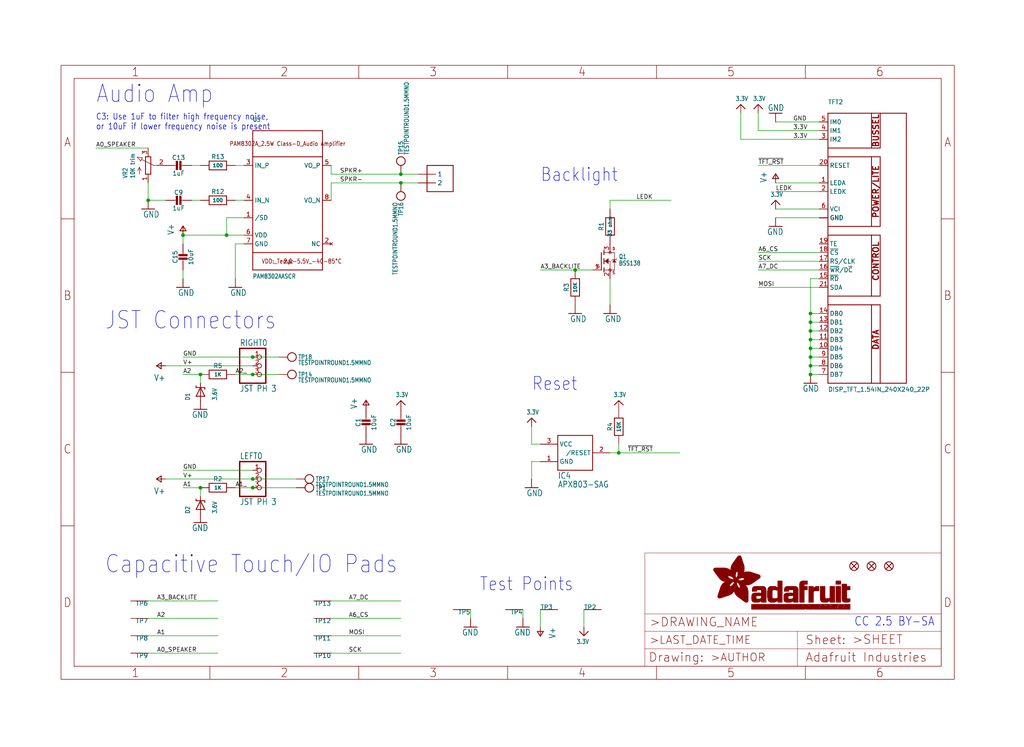
<source format=kicad_sch>
(kicad_sch (version 20211123) (generator eeschema)
  (paper "User" 298.45 217.881)
  (lib_symbols
    (symbol "schematicEagle-eagle-import:3.3V" (power)
      (property "Value" "3.3V" (at -1.524 1.016 0))
      (symbol "3.3V_1_0"
        (pin power_in line (at 0 -2.54 90) (length 2.54) (name "3.3V") (number "1"))
      )
    )
    (symbol "schematicEagle-eagle-import:AUDIOAMP_PAM8302A"
      (property "Reference" "U" (at -10.16 22.86 0))
      (property "Value" "AUDIOAMP_PAM8302A" (at -10.16 -22.86 0))
      (symbol "AUDIOAMP_PAM8302A_1_0"
        (text "2.0-5.5V_-40-85°C" (at -1.27 -17.78 0) (effects (font (size 1.27 1.0795)) (justify left)))
        (text "PAM8302A_2.5W Class-D_Audio Amplifier" (at 0 16.51 0) (effects (font (size 1.27 1.0795))))
        (text "VDD:_Temp:" (at -7.62 -17.78 0) (effects (font (size 1.27 1.0795)) (justify left)))
        (pin input line (at -12.7 -5.08 0) (length 2.54) (name "/SD") (number "1"))
        (pin no_connect line (at 12.7 -12.7 180) (length 2.54) (name "NC") (number "2"))
        (pin input line (at -12.7 10.16 0) (length 2.54) (name "IN_P") (number "3"))
        (pin input line (at -12.7 0 0) (length 2.54) (name "IN_N") (number "4"))
        (pin output line (at 12.7 10.16 180) (length 2.54) (name "VO_P") (number "5"))
        (pin power_in line (at -12.7 -10.16 0) (length 2.54) (name "VDD") (number "6"))
        (pin power_in line (at -12.7 -12.7 0) (length 2.54) (name "GND") (number "7"))
        (pin output line (at 12.7 0 180) (length 2.54) (name "VO_N") (number "8"))
      )
    )
    (symbol "schematicEagle-eagle-import:AXP083-SAG"
      (property "Reference" "IC" (at -5.08 -7.62 0))
      (property "Value" "AXP083-SAG" (at -5.08 -10.16 0))
      (symbol "AXP083-SAG_1_0"
        (pin power_in line (at -10.16 -2.54 0) (length 5.08) (name "GND") (number "1"))
        (pin output line (at 10.16 0 180) (length 5.08) (name "/RESET") (number "2"))
        (pin power_in line (at -10.16 2.54 0) (length 5.08) (name "VCC") (number "3"))
      )
    )
    (symbol "schematicEagle-eagle-import:CAP_CERAMIC0603_NO"
      (property "Reference" "C" (at -2.29 1.25 90))
      (property "Value" "CAP_CERAMIC0603_NO" (at 2.3 1.25 90))
      (symbol "CAP_CERAMIC0603_NO_1_0"
        (pin passive line (at 0 5.08 270) (length 2.54) (name "1") (number "1"))
        (pin passive line (at 0 -2.54 90) (length 2.54) (name "2") (number "2"))
      )
    )
    (symbol "schematicEagle-eagle-import:CAP_CERAMIC0805-NOOUTLINE"
      (property "Reference" "C" (at -2.29 1.25 90))
      (property "Value" "CAP_CERAMIC0805-NOOUTLINE" (at 2.3 1.25 90))
      (symbol "CAP_CERAMIC0805-NOOUTLINE_1_0"
        (pin passive line (at 0 5.08 270) (length 2.54) (name "1") (number "1"))
        (pin passive line (at 0 -2.54 90) (length 2.54) (name "2") (number "2"))
      )
    )
    (symbol "schematicEagle-eagle-import:CON_JST_PH_3PIN"
      (property "Reference" "X" (at -6.35 5.715 0))
      (property "Value" "CON_JST_PH_3PIN" (at -6.35 -7.62 0))
      (symbol "CON_JST_PH_3PIN_1_0"
        (pin passive inverted (at -2.54 2.54 0) (length 2.54) (name "1") (number "1"))
        (pin passive inverted (at -2.54 0 0) (length 2.54) (name "2") (number "2"))
        (pin passive inverted (at -2.54 -2.54 0) (length 2.54) (name "3") (number "3"))
      )
    )
    (symbol "schematicEagle-eagle-import:CON_MOLEX_2P"
      (symbol "CON_MOLEX_2P_1_0"
        (pin passive line (at -5.08 2.54 0) (length 5.08) (name "1") (number "1"))
        (pin passive line (at -5.08 0 0) (length 5.08) (name "2") (number "2"))
      )
      (symbol "CON_MOLEX_2P_2_0"
        (pin bidirectional line (at 0 0 0) (length 5.08) (name "MT") (number "M1"))
      )
      (symbol "CON_MOLEX_2P_3_0"
        (pin bidirectional line (at 0 0 0) (length 5.08) (name "MT") (number "M2"))
      )
    )
    (symbol "schematicEagle-eagle-import:DIODE-ZENERSOD323"
      (property "Reference" "D" (at -2.54 3.0226 0))
      (property "Value" "DIODE-ZENERSOD323" (at -2.54 -4.8514 0))
      (symbol "DIODE-ZENERSOD323_1_0"
        (pin passive line (at -2.54 0 0) (length 2.54) (name "A") (number "A"))
        (pin passive line (at 2.54 0 180) (length 2.54) (name "C") (number "C"))
      )
    )
    (symbol "schematicEagle-eagle-import:DISP_TFT_1.54IN_240X240_22P"
      (property "Reference" "TFT" (at -15.24 43.18 0))
      (property "Value" "DISP_TFT_1.54IN_240X240_22P" (at -15.24 -40.64 0))
      (symbol "DISP_TFT_1.54IN_240X240_22P_1_0"
        (text "BUSSEL" (at -1.27 35.56 900) (effects (font (size 1.6764 1.6764) (thickness 0.3353) bold)))
        (text "CONTROL" (at -1.27 -2.54 900) (effects (font (size 1.6764 1.6764) (thickness 0.3353) bold)))
        (text "DATA" (at -1.27 -25.4 900) (effects (font (size 1.6764 1.6764) (thickness 0.3353) bold)))
        (text "POWER/LITE" (at -1.27 17.78 900) (effects (font (size 1.6764 1.6764) (thickness 0.3353) bold)))
        (pin input line (at -17.78 20.32 0) (length 2.54) (name "LEDA") (number "1"))
        (pin bidirectional line (at -17.78 -27.94 0) (length 2.54) (name "DB4") (number "10"))
        (pin bidirectional line (at -17.78 -25.4 0) (length 2.54) (name "DB3") (number "11"))
        (pin bidirectional line (at -17.78 -22.86 0) (length 2.54) (name "DB2") (number "12"))
        (pin bidirectional line (at -17.78 -20.32 0) (length 2.54) (name "DB1") (number "13"))
        (pin bidirectional line (at -17.78 -17.78 0) (length 2.54) (name "DB0") (number "14"))
        (pin input line (at -17.78 -7.62 0) (length 2.54) (name "~{RD}") (number "15"))
        (pin input line (at -17.78 -5.08 0) (length 2.54) (name "~{WR}/D~{C}") (number "16"))
        (pin input line (at -17.78 -2.54 0) (length 2.54) (name "RS/CLK") (number "17"))
        (pin input line (at -17.78 0 0) (length 2.54) (name "~{CS}") (number "18"))
        (pin output line (at -17.78 2.54 0) (length 2.54) (name "TE") (number "19"))
        (pin input line (at -17.78 17.78 0) (length 2.54) (name "LEDK") (number "2"))
        (pin input line (at -17.78 25.4 0) (length 2.54) (name "RESET") (number "20"))
        (pin bidirectional line (at -17.78 -10.16 0) (length 2.54) (name "SDA") (number "21"))
        (pin power_in line (at -17.78 10.16 0) (length 2.54) (name "GND") (number "22"))
        (pin input line (at -17.78 33.02 0) (length 2.54) (name "IM2") (number "3"))
        (pin input line (at -17.78 35.56 0) (length 2.54) (name "IM1") (number "4"))
        (pin input line (at -17.78 38.1 0) (length 2.54) (name "IM0") (number "5"))
        (pin power_in line (at -17.78 12.7 0) (length 2.54) (name "VCI") (number "6"))
        (pin bidirectional line (at -17.78 -35.56 0) (length 2.54) (name "DB7") (number "7"))
        (pin bidirectional line (at -17.78 -33.02 0) (length 2.54) (name "DB6") (number "8"))
        (pin bidirectional line (at -17.78 -30.48 0) (length 2.54) (name "DB5") (number "9"))
        (pin power_in line (at -17.78 10.16 0) (length 2.54) (name "GND") (number "SUPPORT1"))
        (pin power_in line (at -17.78 10.16 0) (length 2.54) (name "GND") (number "SUPPORT2"))
      )
    )
    (symbol "schematicEagle-eagle-import:FIDUCIAL_1MM")
    (symbol "schematicEagle-eagle-import:FRAME_A4_ADAFRUIT"
      (symbol "FRAME_A4_ADAFRUIT_0_0"
        (text "1" (at 21.6958 1.905 0) (effects (font (size 2.54 2.286))))
        (text "1" (at 21.6958 177.165 0) (effects (font (size 2.54 2.286))))
        (text "2" (at 65.0875 1.905 0) (effects (font (size 2.54 2.286))))
        (text "2" (at 65.0875 177.165 0) (effects (font (size 2.54 2.286))))
        (text "3" (at 108.4792 1.905 0) (effects (font (size 2.54 2.286))))
        (text "3" (at 108.4792 177.165 0) (effects (font (size 2.54 2.286))))
        (text "4" (at 151.8708 1.905 0) (effects (font (size 2.54 2.286))))
        (text "4" (at 151.8708 177.165 0) (effects (font (size 2.54 2.286))))
        (text "5" (at 195.2625 1.905 0) (effects (font (size 2.54 2.286))))
        (text "5" (at 195.2625 177.165 0) (effects (font (size 2.54 2.286))))
        (text "6" (at 238.6542 1.905 0) (effects (font (size 2.54 2.286))))
        (text "6" (at 238.6542 177.165 0) (effects (font (size 2.54 2.286))))
        (text "A" (at 1.905 156.6863 0) (effects (font (size 2.54 2.286))))
        (text "A" (at 258.445 156.6863 0) (effects (font (size 2.54 2.286))))
        (text "B" (at 1.905 111.9188 0) (effects (font (size 2.54 2.286))))
        (text "B" (at 258.445 111.9188 0) (effects (font (size 2.54 2.286))))
        (text "C" (at 1.905 67.1513 0) (effects (font (size 2.54 2.286))))
        (text "C" (at 258.445 67.1513 0) (effects (font (size 2.54 2.286))))
        (text "D" (at 1.905 22.3838 0) (effects (font (size 2.54 2.286))))
        (text "D" (at 258.445 22.3838 0) (effects (font (size 2.54 2.286))))
      )
      (symbol "FRAME_A4_ADAFRUIT_1_0"
        (text ">AUTHOR" (at 189.23 5.08 0) (effects (font (size 2.286 2.286)) (justify left bottom)))
        (text ">DRAWING_NAME" (at 171.45 15.24 0) (effects (font (size 2.54 2.54)) (justify left bottom)))
        (text ">LAST_DATE_TIME" (at 171.45 10.16 0) (effects (font (size 2.286 2.286)) (justify left bottom)))
        (text ">SHEET" (at 230.505 10.16 0) (effects (font (size 2.54 2.54)) (justify left bottom)))
        (text "Adafruit Industries" (at 216.916 4.953 0) (effects (font (size 2.54 2.54)) (justify left bottom)))
        (text "Drawing:" (at 171.196 4.953 0) (effects (font (size 2.54 2.54)) (justify left bottom)))
        (text "Sheet:" (at 216.916 10.033 0) (effects (font (size 2.54 2.54)) (justify left bottom)))
      )
    )
    (symbol "schematicEagle-eagle-import:GND" (power)
      (property "Value" "GND" (at -2.54 -2.54 0))
      (symbol "GND_1_0"
        (pin power_in line (at 0 2.54 270) (length 2.54) (name "GND") (number "1"))
      )
    )
    (symbol "schematicEagle-eagle-import:MOSFET-NWIDE"
      (property "Reference" "Q" (at 5.08 0.635 0))
      (property "Value" "MOSFET-NWIDE" (at 5.08 -1.27 0))
      (symbol "MOSFET-NWIDE_1_0"
        (text "D" (at 3.175 3.175 0) (effects (font (size 0.8128 0.6908)) (justify left bottom)))
        (text "G" (at -1.27 -1.905 0) (effects (font (size 0.8128 0.6908)) (justify left bottom)))
        (text "S" (at 3.175 -3.81 0) (effects (font (size 0.8128 0.6908)) (justify left bottom)))
        (pin bidirectional line (at -2.54 -2.54 0) (length 2.54) (name "G") (number "1"))
        (pin bidirectional line (at 2.54 -5.08 90) (length 2.54) (name "S") (number "2"))
        (pin bidirectional line (at 2.54 5.08 270) (length 2.54) (name "D") (number "3"))
      )
    )
    (symbol "schematicEagle-eagle-import:RESISTOR_0603_NOOUT"
      (property "Reference" "R" (at 0 2.54 0))
      (property "Value" "RESISTOR_0603_NOOUT" (at 0 0 0))
      (symbol "RESISTOR_0603_NOOUT_1_0"
        (pin passive line (at -5.08 0 0) (length 2.54) (name "1") (number "1"))
        (pin passive line (at 5.08 0 180) (length 2.54) (name "2") (number "2"))
      )
    )
    (symbol "schematicEagle-eagle-import:SEWTAP_SMTNUTM3"
      (property "Reference" "TP" (at 0 0 0))
      (symbol "SEWTAP_SMTNUTM3_1_0"
        (pin bidirectional line (at 0 0 0) (length 5.08) (name "SEW") (number "P$1"))
      )
    )
    (symbol "schematicEagle-eagle-import:TESTPOINTROUND1.5MMNO"
      (property "Reference" "TP" (at 0 5.588 90))
      (property "Value" "TESTPOINTROUND1.5MMNO" (at 1.651 5.588 90))
      (symbol "TESTPOINTROUND1.5MMNO_1_0"
        (pin bidirectional line (at 0 0 90) (length 2.54) (name "P$1") (number "P$1"))
      )
    )
    (symbol "schematicEagle-eagle-import:TRIMPOT3303W{slash}X"
      (property "Reference" "VR" (at -5.969 -3.81 90))
      (property "Value" "TRIMPOT3303W{slash}X" (at -3.81 -3.81 90))
      (symbol "TRIMPOT3303W{slash}X_1_0"
        (pin passive line (at 0 -5.08 90) (length 2.54) (name "A") (number "1"))
        (pin passive line (at 5.08 0 180) (length 2.54) (name "S") (number "2"))
        (pin passive line (at 0 5.08 270) (length 2.54) (name "E") (number "3"))
      )
    )
    (symbol "schematicEagle-eagle-import:V+" (power)
      (property "Value" "V+" (at -2.54 -2.54 90))
      (symbol "V+_1_0"
        (pin power_in line (at 0 -2.54 90) (length 2.54) (name "V+") (number "1"))
      )
    )
  )
  (junction (at 73.66 142.24))
  (junction (at 167.64 78.74))
  (junction (at 73.66 109.22))
  (junction (at 236.22 96.52))
  (junction (at 43.18 58.42))
  (junction (at 116.84 50.8))
  (junction (at 236.22 93.98))
  (junction (at 236.22 101.6))
  (junction (at 58.42 109.22))
  (junction (at 73.66 104.14))
  (junction (at 116.84 53.34))
  (junction (at 236.22 99.06))
  (junction (at 236.22 91.44))
  (junction (at 53.34 68.58))
  (junction (at 236.22 104.14))
  (junction (at 73.66 139.7))
  (junction (at 236.22 109.22))
  (junction (at 58.42 142.24))
  (junction (at 66.04 68.58))
  (junction (at 236.22 106.68))
  (junction (at 180.34 132.08))
  (wire (pts (xy 58.42 109.22) (xy 58.42 111.76)))
  (wire (pts (xy 226.06 63.5) (xy 238.76 63.5)))
  (wire (pts (xy 58.42 142.24) (xy 58.42 144.78)))
  (wire (pts (xy 215.9 33.02) (xy 215.9 40.64)))
  (wire (pts (xy 96.52 50.8) (xy 116.84 50.8)))
  (wire (pts (xy 63.5 190.5) (xy 43.18 190.5)))
  (wire (pts (xy 73.66 142.24) (xy 68.58 142.24)))
  (wire (pts (xy 236.22 81.28) (xy 236.22 91.44)))
  (wire (pts (xy 238.76 96.52) (xy 236.22 96.52)))
  (wire (pts (xy 43.18 58.42) (xy 43.18 53.34)))
  (wire (pts (xy 71.12 48.26) (xy 68.58 48.26)))
  (wire (pts (xy 238.76 38.1) (xy 220.98 38.1)))
  (wire (pts (xy 66.04 68.58) (xy 53.34 68.58)))
  (wire (pts (xy 157.48 129.54) (xy 154.94 129.54)))
  (wire (pts (xy 195.58 58.42) (xy 177.8 58.42)))
  (wire (pts (xy 236.22 104.14) (xy 238.76 104.14)))
  (wire (pts (xy 238.76 81.28) (xy 236.22 81.28)))
  (wire (pts (xy 96.52 50.8) (xy 96.52 48.26)))
  (wire (pts (xy 236.22 96.52) (xy 236.22 99.06)))
  (wire (pts (xy 58.42 109.22) (xy 53.34 109.22)))
  (wire (pts (xy 236.22 101.6) (xy 236.22 104.14)))
  (wire (pts (xy 172.72 78.74) (xy 167.64 78.74)))
  (wire (pts (xy 53.34 78.74) (xy 53.34 81.28)))
  (wire (pts (xy 238.76 106.68) (xy 236.22 106.68)))
  (wire (pts (xy 220.98 76.2) (xy 238.76 76.2)))
  (wire (pts (xy 238.76 53.34) (xy 226.06 53.34)))
  (wire (pts (xy 116.84 185.42) (xy 96.52 185.42)))
  (wire (pts (xy 236.22 99.06) (xy 238.76 99.06)))
  (wire (pts (xy 48.26 139.7) (xy 73.66 139.7)))
  (wire (pts (xy 238.76 73.66) (xy 220.98 73.66)))
  (wire (pts (xy 238.76 101.6) (xy 236.22 101.6)))
  (wire (pts (xy 73.66 109.22) (xy 81.28 109.22)))
  (wire (pts (xy 96.52 53.34) (xy 96.52 58.42)))
  (wire (pts (xy 236.22 99.06) (xy 236.22 101.6)))
  (wire (pts (xy 96.52 53.34) (xy 116.84 53.34)))
  (wire (pts (xy 220.98 38.1) (xy 220.98 33.02)))
  (wire (pts (xy 177.8 88.9) (xy 177.8 81.28)))
  (wire (pts (xy 238.76 60.96) (xy 226.06 60.96)))
  (wire (pts (xy 154.94 129.54) (xy 154.94 124.46)))
  (wire (pts (xy 170.18 182.88) (xy 170.18 177.8)))
  (wire (pts (xy 55.88 48.26) (xy 58.42 48.26)))
  (wire (pts (xy 71.12 58.42) (xy 68.58 58.42)))
  (wire (pts (xy 27.94 43.18) (xy 43.18 43.18)))
  (wire (pts (xy 154.94 139.7) (xy 154.94 134.62)))
  (wire (pts (xy 48.26 106.68) (xy 73.66 106.68)))
  (wire (pts (xy 226.06 35.56) (xy 238.76 35.56)))
  (wire (pts (xy 96.52 175.26) (xy 116.84 175.26)))
  (wire (pts (xy 152.4 180.34) (xy 152.4 177.8)))
  (wire (pts (xy 73.66 139.7) (xy 86.36 139.7)))
  (wire (pts (xy 154.94 134.62) (xy 157.48 134.62)))
  (wire (pts (xy 177.8 132.08) (xy 180.34 132.08)))
  (wire (pts (xy 58.42 58.42) (xy 55.88 58.42)))
  (wire (pts (xy 58.42 142.24) (xy 53.34 142.24)))
  (wire (pts (xy 71.12 68.58) (xy 66.04 68.58)))
  (wire (pts (xy 121.92 50.8) (xy 116.84 50.8)))
  (wire (pts (xy 121.92 53.34) (xy 116.84 53.34)))
  (wire (pts (xy 215.9 40.64) (xy 238.76 40.64)))
  (wire (pts (xy 73.66 109.22) (xy 68.58 109.22)))
  (wire (pts (xy 236.22 91.44) (xy 236.22 93.98)))
  (wire (pts (xy 68.58 71.12) (xy 68.58 81.28)))
  (wire (pts (xy 180.34 132.08) (xy 198.12 132.08)))
  (wire (pts (xy 180.34 129.54) (xy 180.34 132.08)))
  (wire (pts (xy 157.48 177.8) (xy 157.48 182.88)))
  (wire (pts (xy 73.66 104.14) (xy 53.34 104.14)))
  (wire (pts (xy 96.52 180.34) (xy 116.84 180.34)))
  (wire (pts (xy 238.76 83.82) (xy 220.98 83.82)))
  (wire (pts (xy 53.34 68.58) (xy 53.34 71.12)))
  (wire (pts (xy 238.76 91.44) (xy 236.22 91.44)))
  (wire (pts (xy 167.64 78.74) (xy 157.48 78.74)))
  (wire (pts (xy 73.66 142.24) (xy 86.36 142.24)))
  (wire (pts (xy 236.22 104.14) (xy 236.22 106.68)))
  (wire (pts (xy 238.76 55.88) (xy 226.06 55.88)))
  (wire (pts (xy 43.18 175.26) (xy 63.5 175.26)))
  (wire (pts (xy 43.18 180.34) (xy 63.5 180.34)))
  (wire (pts (xy 236.22 93.98) (xy 236.22 96.52)))
  (wire (pts (xy 137.16 180.34) (xy 137.16 177.8)))
  (wire (pts (xy 236.22 93.98) (xy 238.76 93.98)))
  (wire (pts (xy 63.5 185.42) (xy 43.18 185.42)))
  (wire (pts (xy 238.76 78.74) (xy 220.98 78.74)))
  (wire (pts (xy 73.66 137.16) (xy 53.34 137.16)))
  (wire (pts (xy 66.04 63.5) (xy 66.04 68.58)))
  (wire (pts (xy 48.26 58.42) (xy 43.18 58.42)))
  (wire (pts (xy 238.76 48.26) (xy 220.98 48.26)))
  (wire (pts (xy 71.12 63.5) (xy 66.04 63.5)))
  (wire (pts (xy 177.8 58.42) (xy 177.8 60.96)))
  (wire (pts (xy 71.12 71.12) (xy 68.58 71.12)))
  (wire (pts (xy 236.22 109.22) (xy 238.76 109.22)))
  (wire (pts (xy 116.84 190.5) (xy 96.52 190.5)))
  (wire (pts (xy 236.22 106.68) (xy 236.22 109.22)))
  (wire (pts (xy 81.28 104.14) (xy 73.66 104.14)))
  (text "Test Points" (at 139.7 172.72 180) (effects (font (size 3.81 3.2385)) (justify left bottom)))
  (text "Audio Amp" (at 27.94 30.48 180) (effects (font (size 5.08 4.318)) (justify left bottom)))
  (text "C3: Use 1uF to filter high frequency noise,\nor 10uF if lower frequency noise is present" (at 27.94 38.1 0) (effects (font (size 1.778 1.5113)) (justify left bottom)))
  (text "JST Connectors" (at 30.48 96.52 180) (effects (font (size 5.08 4.318)) (justify left bottom)))
  (text "Backlight" (at 157.48 53.34 180) (effects (font (size 3.81 3.2385)) (justify left bottom)))
  (text "Reset" (at 154.94 114.3 180) (effects (font (size 3.81 3.2385)) (justify left bottom)))
  (text "CC 2.5 BY-SA" (at 248.92 182.88 180) (effects (font (size 2.54 2.159)) (justify left bottom)))
  (text "Capacitive Touch/IO Pads" (at 30.48 167.64 180) (effects (font (size 5.08 4.318)) (justify left bottom)))
  (label "A7_DC" (at 220.98 78.74 0) (effects (font (size 1.2446 1.2446))))
  (label "SCK" (at 220.98 76.2 0) (effects (font (size 1.2446 1.2446))))
  (label "GND" (at 53.34 104.14 0) (effects (font (size 1.2446 1.2446))))
  (label "A6_CS" (at 101.6 180.34 0) (effects (font (size 1.2446 1.2446))))
  (label "A1_" (at 68.58 142.24 0) (effects (font (size 1.2446 1.2446))))
  (label "A7_DC" (at 101.6 175.26 0) (effects (font (size 1.2446 1.2446))))
  (label "SPKR-" (at 99.06 53.34 0) (effects (font (size 1.2446 1.2446))))
  (label "A2" (at 53.34 109.22 0) (effects (font (size 1.2446 1.2446))))
  (label "3.3V" (at 231.14 38.1 0) (effects (font (size 1.2446 1.2446))))
  (label "A2_" (at 68.58 109.22 0) (effects (font (size 1.2446 1.2446))))
  (label "A0_SPEAKER" (at 27.94 43.18 0) (effects (font (size 1.2446 1.2446))))
  (label "~{TFT_RST}" (at 220.98 48.26 0) (effects (font (size 1.2446 1.2446))))
  (label "GND" (at 231.14 35.56 0) (effects (font (size 1.2446 1.2446))))
  (label "LEDK" (at 226.06 55.88 0) (effects (font (size 1.2446 1.2446))))
  (label "A3_BACKLITE" (at 157.48 78.74 0) (effects (font (size 1.2446 1.2446))))
  (label "~{TFT_RST}" (at 182.88 132.08 0) (effects (font (size 1.2446 1.2446))))
  (label "MOSI" (at 101.6 185.42 0) (effects (font (size 1.2446 1.2446))))
  (label "A2" (at 45.72 180.34 0) (effects (font (size 1.2446 1.2446))))
  (label "A3_BACKLITE" (at 45.72 175.26 0) (effects (font (size 1.2446 1.2446))))
  (label "A1" (at 53.34 142.24 0) (effects (font (size 1.2446 1.2446))))
  (label "A1" (at 45.72 185.42 0) (effects (font (size 1.2446 1.2446))))
  (label "LEDK" (at 185.42 58.42 0) (effects (font (size 1.2446 1.2446))))
  (label "V+" (at 53.34 106.68 0) (effects (font (size 1.2446 1.2446))))
  (label "A0_SPEAKER" (at 45.72 190.5 0) (effects (font (size 1.2446 1.2446))))
  (label "A6_CS" (at 220.98 73.66 0) (effects (font (size 1.2446 1.2446))))
  (label "SPKR+" (at 99.06 50.8 0) (effects (font (size 1.2446 1.2446))))
  (label "GND" (at 53.34 137.16 0) (effects (font (size 1.2446 1.2446))))
  (label "3.3V" (at 231.14 40.64 0) (effects (font (size 1.2446 1.2446))))
  (label "SCK" (at 101.6 190.5 0) (effects (font (size 1.2446 1.2446))))
  (label "V+" (at 53.34 139.7 0) (effects (font (size 1.2446 1.2446))))
  (label "MOSI" (at 220.98 83.82 0) (effects (font (size 1.2446 1.2446))))
  (symbol (lib_id "schematicEagle-eagle-import:TESTPOINTROUND1.5MMNO") (at 86.36 139.7 270) (unit 1)
    (property "Reference" "TP17" (at 91.948 139.7 90) (effects (font (size 1.27 1.0795)) (justify left)))
    (property "Value" "TESTPOINTROUND1.5MMNO" (at 91.948 141.351 90) (effects (font (size 1.27 1.0795)) (justify left)))
    (property "Footprint" "schematicEagle:TESTPOINT_ROUND_1.5MM_NO" (effects hide))
  )
  (symbol (lib_id "schematicEagle-eagle-import:DIODE-ZENERSOD323") (at 58.42 114.3 90) (unit 1)
    (property "Reference" "D1" (at 55.3974 116.84 0) (effects (font (size 1.27 1.0795)) (justify left bottom)))
    (property "Value" "3.6V" (at 63.2714 116.84 0) (effects (font (size 1.27 1.0795)) (justify left bottom)))
    (property "Footprint" "schematicEagle:SOD-323" (effects hide))
  )
  (symbol (lib_id "schematicEagle-eagle-import:CON_JST_PH_3PIN") (at 76.2 106.68 0) (unit 1)
    (property "Reference" "RIGHT0" (at 69.85 100.965 0) (effects (font (size 1.778 1.5113)) (justify left bottom)))
    (property "Value" "JST PH 3" (at 69.85 114.3 0) (effects (font (size 1.778 1.5113)) (justify left bottom)))
    (property "Footprint" "schematicEagle:JSTPH3" (effects hide))
  )
  (symbol (lib_id "schematicEagle-eagle-import:TESTPOINTROUND1.5MMNO") (at 81.28 109.22 270) (unit 1)
    (property "Reference" "TP14" (at 86.868 109.22 90) (effects (font (size 1.27 1.0795)) (justify left)))
    (property "Value" "TESTPOINTROUND1.5MMNO" (at 86.868 110.871 90) (effects (font (size 1.27 1.0795)) (justify left)))
    (property "Footprint" "schematicEagle:TESTPOINT_ROUND_1.5MM_NO" (effects hide))
  )
  (symbol (lib_id "schematicEagle-eagle-import:RESISTOR_0603_NOOUT") (at 63.5 58.42 0) (unit 1)
    (property "Reference" "R12" (at 63.5 55.88 0))
    (property "Value" "100" (at 63.5 58.42 0) (effects (font (size 1.016 1.016) bold)))
    (property "Footprint" "schematicEagle:0603-NO" (effects hide))
  )
  (symbol (lib_id "schematicEagle-eagle-import:GND") (at 106.68 129.54 0) (unit 1)
    (property "Reference" "#U$5" (effects hide))
    (property "Value" "GND" (at 105.156 132.08 0) (effects (font (size 1.778 1.5113)) (justify left bottom)))
    (property "Footprint" "schematicEagle:" (effects hide))
  )
  (symbol (lib_id "schematicEagle-eagle-import:3.3V") (at 116.84 116.84 0) (unit 1)
    (property "Reference" "#U$15" (effects hide))
    (property "Value" "3.3V" (at 115.316 115.824 0) (effects (font (size 1.27 1.0795)) (justify left bottom)))
    (property "Footprint" "schematicEagle:" (effects hide))
  )
  (symbol (lib_id "schematicEagle-eagle-import:FIDUCIAL_1MM") (at 259.08 165.1 0) (unit 1)
    (property "Reference" "U$6" (effects hide))
    (property "Value" "FIDUCIAL_1MM" (effects hide))
    (property "Footprint" "schematicEagle:FIDUCIAL_1MM" (effects hide))
  )
  (symbol (lib_id "schematicEagle-eagle-import:V+") (at 106.68 116.84 0) (unit 1)
    (property "Reference" "#P+6" (effects hide))
    (property "Value" "V+" (at 104.14 119.38 90) (effects (font (size 1.778 1.5113)) (justify left bottom)))
    (property "Footprint" "schematicEagle:" (effects hide))
  )
  (symbol (lib_id "schematicEagle-eagle-import:RESISTOR_0603_NOOUT") (at 177.8 66.04 90) (unit 1)
    (property "Reference" "R1" (at 175.26 66.04 0))
    (property "Value" "33 ohm" (at 177.8 66.04 0) (effects (font (size 1.016 1.016) bold)))
    (property "Footprint" "schematicEagle:0603-NO" (effects hide))
  )
  (symbol (lib_id "schematicEagle-eagle-import:CON_JST_PH_3PIN") (at 76.2 139.7 0) (unit 1)
    (property "Reference" "LEFT0" (at 69.85 133.985 0) (effects (font (size 1.778 1.5113)) (justify left bottom)))
    (property "Value" "JST PH 3" (at 69.85 147.32 0) (effects (font (size 1.778 1.5113)) (justify left bottom)))
    (property "Footprint" "schematicEagle:JSTPH3" (effects hide))
  )
  (symbol (lib_id "schematicEagle-eagle-import:SEWTAP_SMTNUTM3") (at 43.18 190.5 180) (unit 1)
    (property "Reference" "TP9" (at 43.18 190.5 0) (effects (justify left bottom)))
    (property "Value" "SEWTAP_SMTNUTM3" (effects hide))
    (property "Footprint" "schematicEagle:SMT_NUT_3MM" (effects hide))
  )
  (symbol (lib_id "schematicEagle-eagle-import:SEWTAP_SMTNUTM3") (at 96.52 180.34 180) (unit 1)
    (property "Reference" "TP12" (at 96.52 180.34 0) (effects (justify left bottom)))
    (property "Value" "SEWTAP_SMTNUTM3" (effects hide))
    (property "Footprint" "schematicEagle:SMT_NUT_3MM" (effects hide))
  )
  (symbol (lib_id "schematicEagle-eagle-import:3.3V") (at 215.9 30.48 0) (unit 1)
    (property "Reference" "#U$12" (effects hide))
    (property "Value" "3.3V" (at 214.376 29.464 0) (effects (font (size 1.27 1.0795)) (justify left bottom)))
    (property "Footprint" "schematicEagle:" (effects hide))
  )
  (symbol (lib_id "schematicEagle-eagle-import:CON_MOLEX_2P") (at 127 53.34 0) (unit 1)
    (property "Reference" "U$1" (effects hide))
    (property "Value" "CON_MOLEX_2P" (effects hide))
    (property "Footprint" "schematicEagle:53398-0271" (effects hide))
  )
  (symbol (lib_id "schematicEagle-eagle-import:GND") (at 58.42 119.38 0) (unit 1)
    (property "Reference" "#GND17" (effects hide))
    (property "Value" "GND" (at 55.88 121.92 0) (effects (font (size 1.778 1.5113)) (justify left bottom)))
    (property "Footprint" "schematicEagle:" (effects hide))
  )
  (symbol (lib_id "schematicEagle-eagle-import:SEWTAP_SMTNUTM3") (at 137.16 177.8 180) (unit 1)
    (property "Reference" "TP5" (at 137.16 177.8 0) (effects (justify left bottom)))
    (property "Value" "SEWTAP_SMTNUTM3" (effects hide))
    (property "Footprint" "schematicEagle:SMT_NUT_3MM" (effects hide))
  )
  (symbol (lib_id "schematicEagle-eagle-import:RESISTOR_0603_NOOUT") (at 63.5 109.22 0) (mirror y) (unit 1)
    (property "Reference" "R5" (at 63.5 106.68 0))
    (property "Value" "1K" (at 63.5 109.22 0) (effects (font (size 1.016 1.016) bold)))
    (property "Footprint" "schematicEagle:0603-NO" (effects hide))
  )
  (symbol (lib_id "schematicEagle-eagle-import:3.3V") (at 170.18 185.42 180) (unit 1)
    (property "Reference" "#U$41" (effects hide))
    (property "Value" "3.3V" (at 171.704 186.436 0) (effects (font (size 1.27 1.0795)) (justify left bottom)))
    (property "Footprint" "schematicEagle:" (effects hide))
  )
  (symbol (lib_id "schematicEagle-eagle-import:CAP_CERAMIC0805-NOOUTLINE") (at 53.34 76.2 0) (unit 1)
    (property "Reference" "C15" (at 51.05 74.95 90))
    (property "Value" "10uF" (at 55.64 74.95 90))
    (property "Footprint" "schematicEagle:0805-NO" (effects hide))
  )
  (symbol (lib_id "schematicEagle-eagle-import:3.3V") (at 154.94 121.92 0) (unit 1)
    (property "Reference" "#U$11" (effects hide))
    (property "Value" "3.3V" (at 153.416 120.904 0) (effects (font (size 1.27 1.0795)) (justify left bottom)))
    (property "Footprint" "schematicEagle:" (effects hide))
  )
  (symbol (lib_id "schematicEagle-eagle-import:3.3V") (at 220.98 30.48 0) (unit 1)
    (property "Reference" "#U$14" (effects hide))
    (property "Value" "3.3V" (at 219.456 29.464 0) (effects (font (size 1.27 1.0795)) (justify left bottom)))
    (property "Footprint" "schematicEagle:" (effects hide))
  )
  (symbol (lib_id "schematicEagle-eagle-import:GND") (at 53.34 83.82 0) (unit 1)
    (property "Reference" "#U$45" (effects hide))
    (property "Value" "GND" (at 51.816 86.36 0) (effects (font (size 1.778 1.5113)) (justify left bottom)))
    (property "Footprint" "schematicEagle:" (effects hide))
  )
  (symbol (lib_id "schematicEagle-eagle-import:FRAME_A4_ADAFRUIT") (at 17.78 198.12 0) (unit 1)
    (property "Reference" "#U$19" (effects hide))
    (property "Value" "FRAME_A4_ADAFRUIT" (effects hide))
    (property "Footprint" "schematicEagle:" (effects hide))
  )
  (symbol (lib_id "schematicEagle-eagle-import:V+") (at 45.72 139.7 90) (unit 1)
    (property "Reference" "#P+1" (effects hide))
    (property "Value" "V+" (at 48.26 142.24 90) (effects (font (size 1.778 1.5113)) (justify left bottom)))
    (property "Footprint" "schematicEagle:" (effects hide))
  )
  (symbol (lib_id "schematicEagle-eagle-import:SEWTAP_SMTNUTM3") (at 96.52 190.5 180) (unit 1)
    (property "Reference" "TP10" (at 96.52 190.5 0) (effects (justify left bottom)))
    (property "Value" "SEWTAP_SMTNUTM3" (effects hide))
    (property "Footprint" "schematicEagle:SMT_NUT_3MM" (effects hide))
  )
  (symbol (lib_id "schematicEagle-eagle-import:SEWTAP_SMTNUTM3") (at 43.18 180.34 180) (unit 1)
    (property "Reference" "TP7" (at 43.18 180.34 0) (effects (justify left bottom)))
    (property "Value" "SEWTAP_SMTNUTM3" (effects hide))
    (property "Footprint" "schematicEagle:SMT_NUT_3MM" (effects hide))
  )
  (symbol (lib_id "schematicEagle-eagle-import:GND") (at 68.58 83.82 0) (unit 1)
    (property "Reference" "#U$46" (effects hide))
    (property "Value" "GND" (at 67.056 86.36 0) (effects (font (size 1.778 1.5113)) (justify left bottom)))
    (property "Footprint" "schematicEagle:" (effects hide))
  )
  (symbol (lib_id "schematicEagle-eagle-import:TRIMPOT3303W{slash}X") (at 43.18 48.26 0) (unit 1)
    (property "Reference" "VR2" (at 37.211 52.07 90) (effects (font (size 1.27 1.0795)) (justify left bottom)))
    (property "Value" "10K trim" (at 39.37 52.07 90) (effects (font (size 1.27 1.0795)) (justify left bottom)))
    (property "Footprint" "schematicEagle:TRIMPOT_BOURNS_3303W" (effects hide))
  )
  (symbol (lib_id "schematicEagle-eagle-import:SEWTAP_SMTNUTM3") (at 152.4 177.8 180) (unit 1)
    (property "Reference" "TP4" (at 152.4 177.8 0) (effects (justify left bottom)))
    (property "Value" "SEWTAP_SMTNUTM3" (effects hide))
    (property "Footprint" "schematicEagle:SMT_NUT_3MM" (effects hide))
  )
  (symbol (lib_id "schematicEagle-eagle-import:CAP_CERAMIC0805-NOOUTLINE") (at 106.68 124.46 0) (unit 1)
    (property "Reference" "C1" (at 104.39 123.21 90))
    (property "Value" "10uF" (at 108.98 123.21 90))
    (property "Footprint" "schematicEagle:0805-NO" (effects hide))
  )
  (symbol (lib_id "schematicEagle-eagle-import:V+") (at 45.72 106.68 90) (unit 1)
    (property "Reference" "#P+5" (effects hide))
    (property "Value" "V+" (at 48.26 109.22 90) (effects (font (size 1.778 1.5113)) (justify left bottom)))
    (property "Footprint" "schematicEagle:" (effects hide))
  )
  (symbol (lib_id "schematicEagle-eagle-import:SEWTAP_SMTNUTM3") (at 157.48 177.8 0) (unit 1)
    (property "Reference" "TP3" (at 157.48 177.8 0) (effects (justify left bottom)))
    (property "Value" "SEWTAP_SMTNUTM3" (effects hide))
    (property "Footprint" "schematicEagle:SMT_NUT_3MM" (effects hide))
  )
  (symbol (lib_id "schematicEagle-eagle-import:AUDIOAMP_PAM8302A") (at 83.82 58.42 0) (unit 1)
    (property "Reference" "U5" (at 73.66 35.56 0) (effects (font (size 1.27 1.0795)) (justify left bottom)))
    (property "Value" "PAM8302AASCR" (at 73.66 81.28 0) (effects (font (size 1.27 1.0795)) (justify left bottom)))
    (property "Footprint" "schematicEagle:MSOP8_0.65MM" (effects hide))
  )
  (symbol (lib_id "schematicEagle-eagle-import:DIODE-ZENERSOD323") (at 58.42 147.32 90) (unit 1)
    (property "Reference" "D2" (at 55.3974 149.86 0) (effects (font (size 1.27 1.0795)) (justify left bottom)))
    (property "Value" "3.6V" (at 63.2714 149.86 0) (effects (font (size 1.27 1.0795)) (justify left bottom)))
    (property "Footprint" "schematicEagle:SOD-323" (effects hide))
  )
  (symbol (lib_id "schematicEagle-eagle-import:TESTPOINTROUND1.5MMNO") (at 86.36 142.24 270) (unit 1)
    (property "Reference" "TP1" (at 91.948 142.24 90) (effects (font (size 1.27 1.0795)) (justify left)))
    (property "Value" "TESTPOINTROUND1.5MMNO" (at 91.948 143.891 90) (effects (font (size 1.27 1.0795)) (justify left)))
    (property "Footprint" "schematicEagle:TESTPOINT_ROUND_1.5MM_NO" (effects hide))
  )
  (symbol (lib_id "schematicEagle-eagle-import:GND") (at 43.18 60.96 0) (unit 1)
    (property "Reference" "#U$48" (effects hide))
    (property "Value" "GND" (at 41.656 63.5 0) (effects (font (size 1.778 1.5113)) (justify left bottom)))
    (property "Footprint" "schematicEagle:" (effects hide))
  )
  (symbol (lib_id "schematicEagle-eagle-import:3.3V") (at 180.34 116.84 0) (unit 1)
    (property "Reference" "#U$10" (effects hide))
    (property "Value" "3.3V" (at 178.816 115.824 0) (effects (font (size 1.27 1.0795)) (justify left bottom)))
    (property "Footprint" "schematicEagle:" (effects hide))
  )
  (symbol (lib_id "schematicEagle-eagle-import:GND") (at 152.4 182.88 0) (unit 1)
    (property "Reference" "#GND13" (effects hide))
    (property "Value" "GND" (at 149.86 185.42 0) (effects (font (size 1.778 1.5113)) (justify left bottom)))
    (property "Footprint" "schematicEagle:" (effects hide))
  )
  (symbol (lib_id "schematicEagle-eagle-import:SEWTAP_SMTNUTM3") (at 43.18 185.42 180) (unit 1)
    (property "Reference" "TP8" (at 43.18 185.42 0) (effects (justify left bottom)))
    (property "Value" "SEWTAP_SMTNUTM3" (effects hide))
    (property "Footprint" "schematicEagle:SMT_NUT_3MM" (effects hide))
  )
  (symbol (lib_id "schematicEagle-eagle-import:RESISTOR_0603_NOOUT") (at 180.34 124.46 90) (unit 1)
    (property "Reference" "R4" (at 177.8 124.46 0))
    (property "Value" "10K" (at 180.34 124.46 0) (effects (font (size 1.016 1.016) bold)))
    (property "Footprint" "schematicEagle:0603-NO" (effects hide))
  )
  (symbol (lib_id "schematicEagle-eagle-import:V+") (at 157.48 185.42 180) (unit 1)
    (property "Reference" "#P+4" (effects hide))
    (property "Value" "V+" (at 160.02 182.88 90) (effects (font (size 1.778 1.5113)) (justify left bottom)))
    (property "Footprint" "schematicEagle:" (effects hide))
  )
  (symbol (lib_id "schematicEagle-eagle-import:CAP_CERAMIC0603_NO") (at 50.8 58.42 270) (unit 1)
    (property "Reference" "C9" (at 52.05 56.13 90))
    (property "Value" "1uF" (at 52.05 60.72 90))
    (property "Footprint" "schematicEagle:0603-NO" (effects hide))
  )
  (symbol (lib_id "schematicEagle-eagle-import:CAP_CERAMIC0603_NO") (at 50.8 48.26 270) (unit 1)
    (property "Reference" "C13" (at 52.05 45.97 90))
    (property "Value" "1uF" (at 52.05 50.56 90))
    (property "Footprint" "schematicEagle:0603-NO" (effects hide))
  )
  (symbol (lib_id "schematicEagle-eagle-import:GND") (at 226.06 66.04 0) (unit 1)
    (property "Reference" "#GND3" (effects hide))
    (property "Value" "GND" (at 223.52 68.58 0) (effects (font (size 1.778 1.5113)) (justify left bottom)))
    (property "Footprint" "schematicEagle:" (effects hide))
  )
  (symbol (lib_id "schematicEagle-eagle-import:RESISTOR_0603_NOOUT") (at 63.5 48.26 0) (unit 1)
    (property "Reference" "R13" (at 63.5 45.72 0))
    (property "Value" "100" (at 63.5 48.26 0) (effects (font (size 1.016 1.016) bold)))
    (property "Footprint" "schematicEagle:0603-NO" (effects hide))
  )
  (symbol (lib_id "schematicEagle-eagle-import:GND") (at 167.64 91.44 0) (unit 1)
    (property "Reference" "#U$8" (effects hide))
    (property "Value" "GND" (at 166.116 93.98 0) (effects (font (size 1.778 1.5113)) (justify left bottom)))
    (property "Footprint" "schematicEagle:" (effects hide))
  )
  (symbol (lib_id "schematicEagle-eagle-import:AXP083-SAG") (at 167.64 132.08 0) (unit 1)
    (property "Reference" "IC4" (at 162.56 139.7 0) (effects (font (size 1.778 1.5113)) (justify left bottom)))
    (property "Value" "APX803-SAG" (at 162.56 142.24 0) (effects (font (size 1.778 1.5113)) (justify left bottom)))
    (property "Footprint" "schematicEagle:SOT23" (effects hide))
  )
  (symbol (lib_id "schematicEagle-eagle-import:GND") (at 116.84 129.54 0) (unit 1)
    (property "Reference" "#U$13" (effects hide))
    (property "Value" "GND" (at 115.316 132.08 0) (effects (font (size 1.778 1.5113)) (justify left bottom)))
    (property "Footprint" "schematicEagle:" (effects hide))
  )
  (symbol (lib_id "schematicEagle-eagle-import:3.3V") (at 226.06 58.42 0) (unit 1)
    (property "Reference" "#U$16" (effects hide))
    (property "Value" "3.3V" (at 224.536 57.404 0) (effects (font (size 1.27 1.0795)) (justify left bottom)))
    (property "Footprint" "schematicEagle:" (effects hide))
  )
  (symbol (lib_id "schematicEagle-eagle-import:TESTPOINTROUND1.5MMNO") (at 116.84 53.34 180) (unit 1)
    (property "Reference" "TP16" (at 116.84 58.928 90) (effects (font (size 1.27 1.0795)) (justify left)))
    (property "Value" "TESTPOINTROUND1.5MMNO" (at 115.189 58.928 90) (effects (font (size 1.27 1.0795)) (justify left)))
    (property "Footprint" "schematicEagle:TESTPOINT_ROUND_1.5MM_NO" (effects hide))
  )
  (symbol (lib_id "schematicEagle-eagle-import:GND") (at 236.22 111.76 0) (mirror y) (unit 1)
    (property "Reference" "#GND2" (effects hide))
    (property "Value" "GND" (at 238.76 114.3 0) (effects (font (size 1.778 1.5113)) (justify left bottom)))
    (property "Footprint" "schematicEagle:" (effects hide))
  )
  (symbol (lib_id "schematicEagle-eagle-import:SEWTAP_SMTNUTM3") (at 43.18 175.26 180) (unit 1)
    (property "Reference" "TP6" (at 43.18 175.26 0) (effects (justify left bottom)))
    (property "Value" "SEWTAP_SMTNUTM3" (effects hide))
    (property "Footprint" "schematicEagle:SMT_NUT_3MM" (effects hide))
  )
  (symbol (lib_id "schematicEagle-eagle-import:RESISTOR_0603_NOOUT") (at 63.5 142.24 0) (mirror y) (unit 1)
    (property "Reference" "R2" (at 63.5 139.7 0))
    (property "Value" "1K" (at 63.5 142.24 0) (effects (font (size 1.016 1.016) bold)))
    (property "Footprint" "schematicEagle:0603-NO" (effects hide))
  )
  (symbol (lib_id "schematicEagle-eagle-import:GND") (at 177.8 91.44 0) (unit 1)
    (property "Reference" "#U$4" (effects hide))
    (property "Value" "GND" (at 176.276 93.98 0) (effects (font (size 1.778 1.5113)) (justify left bottom)))
    (property "Footprint" "schematicEagle:" (effects hide))
  )
  (symbol (lib_id "schematicEagle-eagle-import:FIDUCIAL_1MM") (at 248.92 165.1 0) (unit 1)
    (property "Reference" "U$3" (effects hide))
    (property "Value" "FIDUCIAL_1MM" (effects hide))
    (property "Footprint" "schematicEagle:FIDUCIAL_1MM" (effects hide))
    (property "Value" "FIDUCIAL_1MM" (effects hide))
  )
  (symbol (lib_id "schematicEagle-eagle-import:GND") (at 154.94 142.24 0) (unit 1)
    (property "Reference" "#U$9" (effects hide))
    (property "Value" "GND" (at 153.416 144.78 0) (effects (font (size 1.778 1.5113)) (justify left bottom)))
    (property "Footprint" "schematicEagle:" (effects hide))
  )
  (symbol (lib_id "schematicEagle-eagle-import:TESTPOINTROUND1.5MMNO") (at 116.84 50.8 0) (unit 1)
    (property "Reference" "TP15" (at 116.84 45.212 90) (effects (font (size 1.27 1.0795)) (justify left)))
    (property "Value" "TESTPOINTROUND1.5MMNO" (at 118.491 45.212 90) (effects (font (size 1.27 1.0795)) (justify left)))
    (property "Footprint" "schematicEagle:TESTPOINT_ROUND_1.5MM_NO" (effects hide))
  )
  (symbol (lib_id "schematicEagle-eagle-import:DISP_TFT_1.54IN_240X240_22P") (at 256.54 73.66 0) (unit 1)
    (property "Reference" "TFT2" (at 241.3 30.48 0) (effects (justify left bottom)))
    (property "Value" "DISP_TFT_1.54IN_240X240_22P" (at 241.3 114.3 0) (effects (justify left bottom)))
    (property "Footprint" "schematicEagle:TFT_1.54IN_240X240_22PIN" (effects hide))
  )
  (symbol (lib_id "schematicEagle-eagle-import:SEWTAP_SMTNUTM3") (at 96.52 175.26 180) (unit 1)
    (property "Reference" "TP13" (at 96.52 175.26 0) (effects (justify left bottom)))
    (property "Value" "SEWTAP_SMTNUTM3" (effects hide))
    (property "Footprint" "schematicEagle:SMT_NUT_3MM" (effects hide))
  )
  (symbol (lib_id "schematicEagle-eagle-import:RESISTOR_0603_NOOUT") (at 167.64 83.82 90) (unit 1)
    (property "Reference" "R3" (at 165.1 83.82 0))
    (property "Value" "10K" (at 167.64 83.82 0) (effects (font (size 1.016 1.016) bold)))
    (property "Footprint" "schematicEagle:0603-NO" (effects hide))
  )
  (symbol (lib_id "schematicEagle-eagle-import:GND") (at 137.16 182.88 0) (unit 1)
    (property "Reference" "#GND21" (effects hide))
    (property "Value" "GND" (at 134.62 185.42 0) (effects (font (size 1.778 1.5113)) (justify left bottom)))
    (property "Footprint" "schematicEagle:" (effects hide))
  )
  (symbol (lib_id "schematicEagle-eagle-import:MOSFET-NWIDE") (at 175.26 76.2 0) (unit 1)
    (property "Reference" "Q1" (at 180.34 75.565 0) (effects (font (size 1.27 1.0795)) (justify left bottom)))
    (property "Value" "BSS138" (at 180.34 77.47 0) (effects (font (size 1.27 1.0795)) (justify left bottom)))
    (property "Footprint" "schematicEagle:SOT23-WIDE" (effects hide))
  )
  (symbol (lib_id "schematicEagle-eagle-import:TESTPOINTROUND1.5MMNO") (at 81.28 104.14 270) (unit 1)
    (property "Reference" "TP18" (at 86.868 104.14 90) (effects (font (size 1.27 1.0795)) (justify left)))
    (property "Value" "TESTPOINTROUND1.5MMNO" (at 86.868 105.791 90) (effects (font (size 1.27 1.0795)) (justify left)))
    (property "Footprint" "schematicEagle:TESTPOINT_ROUND_1.5MM_NO" (effects hide))
  )
  (symbol (lib_id "schematicEagle-eagle-import:GND") (at 58.42 152.4 0) (unit 1)
    (property "Reference" "#GND1" (effects hide))
    (property "Value" "GND" (at 55.88 154.94 0) (effects (font (size 1.778 1.5113)) (justify left bottom)))
    (property "Footprint" "schematicEagle:" (effects hide))
  )
  (symbol (lib_id "schematicEagle-eagle-import:FIDUCIAL_1MM") (at 254 165.1 0) (unit 1)
    (property "Reference" "U$2" (effects hide))
    (property "Value" "FIDUCIAL_1MM" (effects hide))
    (property "Footprint" "schematicEagle:FIDUCIAL_1MM" (effects hide))
  )
  (symbol (lib_id "schematicEagle-eagle-import:SEWTAP_SMTNUTM3") (at 96.52 185.42 180) (unit 1)
    (property "Reference" "TP11" (at 96.52 185.42 0) (effects (justify left bottom)))
    (property "Value" "SEWTAP_SMTNUTM3" (effects hide))
    (property "Footprint" "schematicEagle:SMT_NUT_3MM" (effects hide))
  )
  (symbol (lib_id "schematicEagle-eagle-import:SEWTAP_SMTNUTM3") (at 170.18 177.8 0) (unit 1)
    (property "Reference" "TP2" (at 170.18 177.8 0) (effects (justify left bottom)))
    (property "Value" "SEWTAP_SMTNUTM3" (effects hide))
    (property "Footprint" "schematicEagle:SMT_NUT_3MM" (effects hide))
  )
  (symbol (lib_id "schematicEagle-eagle-import:V+") (at 226.06 50.8 0) (unit 1)
    (property "Reference" "#P+2" (effects hide))
    (property "Value" "V+" (at 223.52 53.34 90) (effects (font (size 1.778 1.5113)) (justify left bottom)))
    (property "Footprint" "schematicEagle:" (effects hide))
  )
  (symbol (lib_id "schematicEagle-eagle-import:GND") (at 226.06 33.02 180) (unit 1)
    (property "Reference" "#GND8" (effects hide))
    (property "Value" "GND" (at 228.6 30.48 0) (effects (font (size 1.778 1.5113)) (justify left bottom)))
    (property "Footprint" "schematicEagle:" (effects hide))
  )
  (symbol (lib_id "schematicEagle-eagle-import:CAP_CERAMIC0805-NOOUTLINE") (at 116.84 124.46 0) (unit 1)
    (property "Reference" "C2" (at 114.55 123.21 90))
    (property "Value" "10uF" (at 119.14 123.21 90))
    (property "Footprint" "schematicEagle:0805-NO" (effects hide))
  )
  (symbol (lib_id "schematicEagle-eagle-import:V+") (at 53.34 66.04 0) (unit 1)
    (property "Reference" "#P+3" (effects hide))
    (property "Value" "V+" (at 50.8 68.58 90) (effects (font (size 1.778 1.5113)) (justify left bottom)))
    (property "Footprint" "schematicEagle:" (effects hide))
  )
)
</source>
